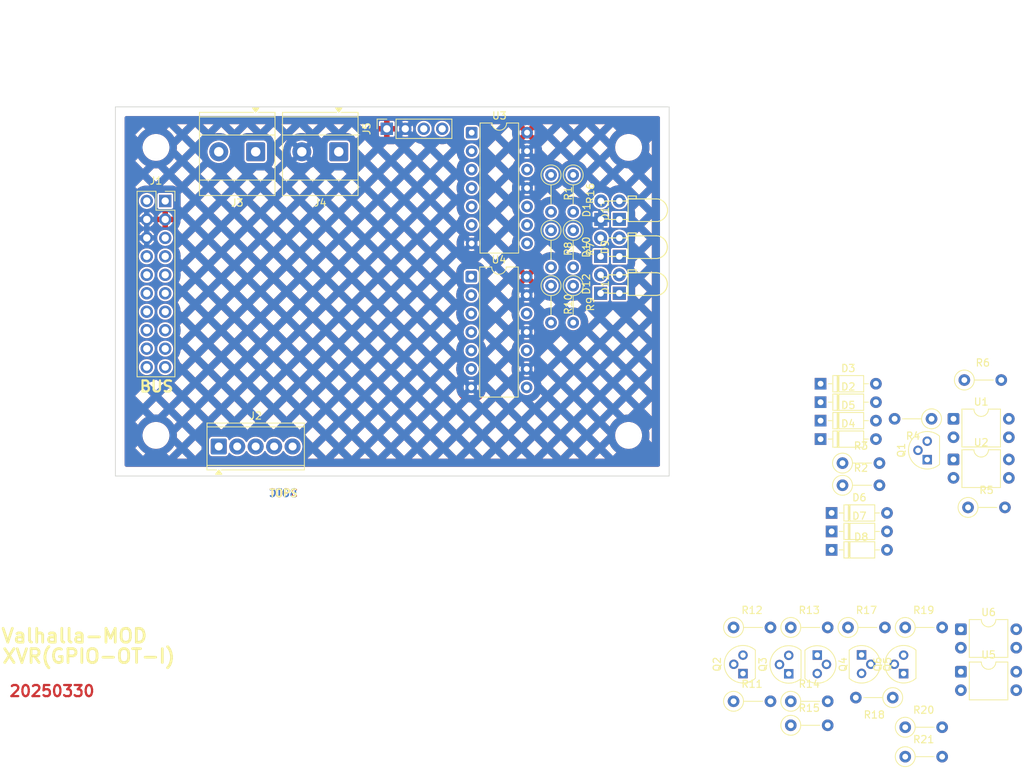
<source format=kicad_pcb>
(kicad_pcb (version 20241229) (generator "pcbnew") (generator_version "9.0")
  (title_block (title "Valhalla MOD PSU") (date "2025-01-06") (rev "1"))
  (layers (0 "F.Cu" signal) (2 "B.Cu" signal) (13 "F.Paste" user) (15 "B.Paste" user) (5 "F.SilkS" user "F.Silkscreen") (7 "B.SilkS" user "B.Silkscreen") (1 "F.Mask" user) (3 "B.Mask" user) (25 "Edge.Cuts" user))
  (net 0 "")
  (net 1 "/DGND")
  (net 2 "Net-(D1-A)")
  (net 3 "Net-(D2-A)")
  (net 4 "Net-(D2-K)")
  (net 5 "Net-(D3-A)")
  (net 6 "Net-(D4-A)")
  (net 7 "Net-(D6-K)")
  (net 8 "Net-(D7-K)")
  (net 9 "Net-(D8-K)")
  (net 10 "Net-(D9-A)")
  (net 11 "/DVCC")
  (net 12 "Net-(D9-K)")
  (net 13 "Net-(D10-K)")
  (net 14 "Net-(D10-A)")
  (net 15 "Net-(D11-K)")
  (net 16 "Net-(D11-A)")
  (net 17 "Net-(D12-K)")
  (net 18 "Net-(D12-A)")
  (net 19 "Net-(D13-K)")
  (net 20 "Net-(D13-A)")
  (net 32 "/LVCC")
  (net 37 "/~{OVCC_EN}")
  (net 38 "/OTB_RXDO")
  (net 39 "/OTT_RXDO")
  (net 40 "/OTB_TXDI")
  (net 41 "/OTT_TXDI")
  (net 42 "Net-(J4-Pin_1)")
  (net 43 "/OVCC")
  (net 44 "Net-(Q2-B)")
  (net 45 "Net-(Q2-C)")
  (net 46 "Net-(Q4-C)")
  (net 47 "Net-(Q4-B)")
  (net 48 "Net-(Q5-E)")
  (net 49 "Net-(Q6-B)")
  (net 50 "Net-(Q6-E)")
  (net 51 "Net-(R2-Pad1)")
  (net 52 "/OTB_RXDO_B")
  (net 53 "Net-(R6-Pad1)")
  (net 54 "Net-(R18-Pad1)")
  (net 55 "Net-(R19-Pad2)")
  (net 56 "/OTT_RXDO_B")
  (net 57 "Net-(R21-Pad1)")
  (footprint "MountingHole:MountingHole_3.2mm_M3_ISO7380" (layer "F.Cu") (at 139.192 41.148)
    (property "Reference" "H1" (hide yes))
    (property "Value" "UI")
    (pad "" np_thru_hole circle (at 0 0) (size 3.2 3.2) (drill 3.2) (layers "*.Cu" "*.Mask"))
  )
  (footprint "Diode_THT:D_DO-35_SOD27_P7.62mm_Horizontal" (layer "F.Cu") (at 165.608 81.28)
    (property "Reference" "D4" (at 3.81 -2.12 0) (layer "F.SilkS"))
    (property "Value" "1N4148")
    (pad "1" thru_hole rect (at 0 0) (size 1.6 1.6) (drill 0.8) (layers "*.Cu" "*.Mask") (net 4 "Net-(D2-K)"))
    (pad "2" thru_hole oval (at 7.62 0) (size 1.6 1.6) (drill 0.8) (layers "*.Cu" "*.Mask") (net 6 "Net-(D4-A)"))
  )
  (footprint "Resistor_THT:R_Axial_DIN0207_L6.3mm_D2.5mm_P5.08mm_Vertical" (layer "F.Cu") (at 177.258 124.973)
    (property "Reference" "R21" (at 2.54 -2.37 0) (layer "F.SilkS"))
    (property "Value" "330R")
    (pad "1" thru_hole circle (at 0 0) (size 1.6 1.6) (drill 0.8) (layers "*.Cu" "*.Mask") (net 57 "Net-(R21-Pad1)"))
    (pad "2" thru_hole oval (at 5.08 0) (size 1.6 1.6) (drill 0.8) (layers "*.Cu" "*.Mask") (net 56 "/OTT_RXDO_B"))
  )
  (footprint "Resistor_THT:R_Axial_DIN0207_L6.3mm_D2.5mm_P5.08mm_Vertical" (layer "F.Cu") (at 131.572 60.169 -90)
    (property "Reference" "R9" (at 2.54 -2.37 90) (layer "F.SilkS"))
    (property "Value" "R")
    (pad "1" thru_hole circle (at 0 0 270) (size 1.6 1.6) (drill 0.8) (layers "*.Cu" "*.Mask") (net 16 "Net-(D11-A)"))
    (pad "2" thru_hole oval (at 5.08 0 270) (size 1.6 1.6) (drill 0.8) (layers "*.Cu" "*.Mask") (net 32 "/LVCC"))
  )
  (footprint "Diode_THT:D_DO-35_SOD27_P7.62mm_Horizontal" (layer "F.Cu") (at 165.608 73.66)
    (property "Reference" "D3" (at 3.81 -2.12 0) (layer "F.SilkS"))
    (property "Value" "1N4148")
    (pad "1" thru_hole rect (at 0 0) (size 1.6 1.6) (drill 0.8) (layers "*.Cu" "*.Mask") (net 3 "Net-(D2-A)"))
    (pad "2" thru_hole oval (at 7.62 0) (size 1.6 1.6) (drill 0.8) (layers "*.Cu" "*.Mask") (net 5 "Net-(D3-A)"))
  )
  (footprint "Resistor_THT:R_Axial_DIN0207_L6.3mm_D2.5mm_P5.08mm_Vertical" (layer "F.Cu") (at 128.524 52.549 -90)
    (property "Reference" "R8" (at 2.54 -2.37 90) (layer "F.SilkS"))
    (property "Value" "R")
    (pad "1" thru_hole circle (at 0 0 270) (size 1.6 1.6) (drill 0.8) (layers "*.Cu" "*.Mask") (net 14 "Net-(D10-A)"))
    (pad "2" thru_hole oval (at 5.08 0 270) (size 1.6 1.6) (drill 0.8) (layers "*.Cu" "*.Mask") (net 32 "/LVCC"))
  )
  (footprint "Package_TO_SOT_THT:TO-92L" (layer "F.Cu") (at 154.935 113.543 90)
    (property "Reference" "Q2" (at 1.29 -3.56 90) (layer "F.SilkS"))
    (property "Value" "BC558")
    (pad "1" thru_hole rect (at 0 0 90) (size 1.3 1.3) (drill 0.75) (layers "*.Cu" "*.Mask") (net 45 "Net-(Q2-C)"))
    (pad "2" thru_hole circle (at 1.28 -1.27 90) (size 1.3 1.3) (drill 0.75) (layers "*.Cu" "*.Mask") (net 44 "Net-(Q2-B)"))
    (pad "3" thru_hole circle (at 2.54 0 90) (size 1.3 1.3) (drill 0.75) (layers "*.Cu" "*.Mask") (net 43 "/OVCC"))
  )
  (footprint "Diode_THT:D_DO-35_SOD27_P7.62mm_Horizontal" (layer "F.Cu") (at 165.608 76.2)
    (property "Reference" "D2" (at 3.81 -2.12 0) (layer "F.SilkS"))
    (property "Value" "1N4148")
    (pad "1" thru_hole rect (at 0 0) (size 1.6 1.6) (drill 0.8) (layers "*.Cu" "*.Mask") (net 4 "Net-(D2-K)"))
    (pad "2" thru_hole oval (at 7.62 0) (size 1.6 1.6) (drill 0.8) (layers "*.Cu" "*.Mask") (net 3 "Net-(D2-A)"))
  )
  (footprint "Resistor_THT:R_Axial_DIN0207_L6.3mm_D2.5mm_P5.08mm_Vertical" (layer "F.Cu") (at 128.524 60.169 -90)
    (property "Reference" "R10" (at 2.54 -2.37 90) (layer "F.SilkS"))
    (property "Value" "R")
    (pad "1" thru_hole circle (at 0 0 270) (size 1.6 1.6) (drill 0.8) (layers "*.Cu" "*.Mask") (net 18 "Net-(D12-A)"))
    (pad "2" thru_hole oval (at 5.08 0 270) (size 1.6 1.6) (drill 0.8) (layers "*.Cu" "*.Mask") (net 32 "/LVCC"))
  )
  (footprint "LED_THT:LED_D3.0mm_Horizontal_O3.81mm_Z6.0mm" (layer "F.Cu") (at 135.341 56.134 90)
    (property "Reference" "D10" (at 1.27 -1.96 90) (layer "F.SilkS"))
    (property "Value" "R")
    (pad "1" thru_hole rect (at 0 0 90) (size 1.8 1.8) (drill 0.9) (layers "*.Cu" "*.Mask") (net 13 "Net-(D10-K)"))
    (pad "2" thru_hole circle (at 2.54 0 90) (size 1.8 1.8) (drill 0.9) (layers "*.Cu" "*.Mask") (net 14 "Net-(D10-A)"))
  )
  (footprint "LED_THT:LED_D3.0mm_Horizontal_O1.27mm_Z2.0mm" (layer "F.Cu") (at 137.922 61.214 90)
    (property "Reference" "D11" (at 1.27 -1.96 90) (layer "F.SilkS"))
    (property "Value" "R")
    (pad "1" thru_hole rect (at 0 0 90) (size 1.8 1.8) (drill 0.9) (layers "*.Cu" "*.Mask") (net 15 "Net-(D11-K)"))
    (pad "2" thru_hole circle (at 2.54 0 90) (size 1.8 1.8) (drill 0.9) (layers "*.Cu" "*.Mask") (net 16 "Net-(D11-A)"))
  )
  (footprint "Package_TO_SOT_THT:TO-92L" (layer "F.Cu") (at 180.282 84.104 90)
    (property "Reference" "Q1" (at 1.29 -3.56 90) (layer "F.SilkS"))
    (property "Value" "BC558")
    (pad "1" thru_hole rect (at 0 0 90) (size 1.3 1.3) (drill 0.75) (layers "*.Cu" "*.Mask") (net 7 "Net-(D6-K)"))
    (pad "2" thru_hole circle (at 1.28 -1.27 90) (size 1.3 1.3) (drill 0.75) (layers "*.Cu" "*.Mask") (net 8 "Net-(D7-K)"))
    (pad "3" thru_hole circle (at 2.54 0 90) (size 1.3 1.3) (drill 0.75) (layers "*.Cu" "*.Mask") (net 4 "Net-(D2-K)"))
  )
  (footprint "Resistor_THT:R_Axial_DIN0207_L6.3mm_D2.5mm_P5.08mm_Vertical" (layer "F.Cu") (at 185.899 90.678)
    (property "Reference" "R5" (at 2.54 -2.37 0) (layer "F.SilkS"))
    (property "Value" "10K")
    (pad "1" thru_hole circle (at 0 0) (size 1.6 1.6) (drill 0.8) (layers "*.Cu" "*.Mask") (net 1 "/DGND"))
    (pad "2" thru_hole oval (at 5.08 0) (size 1.6 1.6) (drill 0.8) (layers "*.Cu" "*.Mask") (net 40 "/OTB_TXDI"))
  )
  (footprint "Resistor_THT:R_Axial_DIN0207_L6.3mm_D2.5mm_P5.08mm_Vertical" (layer "F.Cu") (at 131.572 44.929 -90)
    (property "Reference" "R16" (at 2.54 -2.37 90) (layer "F.SilkS"))
    (property "Value" "R")
    (pad "1" thru_hole circle (at 0 0 270) (size 1.6 1.6) (drill 0.8) (layers "*.Cu" "*.Mask") (net 20 "Net-(D13-A)"))
    (pad "2" thru_hole oval (at 5.08 0 270) (size 1.6 1.6) (drill 0.8) (layers "*.Cu" "*.Mask") (net 32 "/LVCC"))
  )
  (footprint "TerminalBlock_Phoenix:TerminalBlock_Phoenix_MKDS-3-2-5.08_1x02_P5.08mm_Horizontal" (layer "F.Cu") (at 99.314 41.7425 180)
    (property "Reference" "J4" (at 2.54 -7.02 0) (layer "F.SilkS"))
    (property "Value" "OT+_Thermostat")
    (pad "1" thru_hole roundrect (at 0 0 180) (size 2.6 2.6) (drill 1.3) (layers "*.Cu" "*.Mask") (roundrect_rratio 0.096154) (net 42 "Net-(J4-Pin_1)"))
    (pad "2" thru_hole circle (at 5.08 0 180) (size 2.6 2.6) (drill 1.3) (layers "*.Cu" "*.Mask") (net 1 "/DGND"))
  )
  (footprint "Resistor_THT:R_Axial_DIN0207_L6.3mm_D2.5mm_P5.08mm_Vertical" (layer "F.Cu") (at 161.51 117.353)
    (property "Reference" "R14" (at 2.54 -2.37 0) (layer "F.SilkS"))
    (property "Value" "20K")
    (pad "1" thru_hole circle (at 0 0) (size 1.6 1.6) (drill 0.8) (layers "*.Cu" "*.Mask") (net 42 "Net-(J4-Pin_1)"))
    (pad "2" thru_hole oval (at 5.08 0) (size 1.6 1.6) (drill 0.8) (layers "*.Cu" "*.Mask") (net 49 "Net-(Q6-B)"))
  )
  (footprint "Package_TO_SOT_THT:TO-92L" (layer "F.Cu") (at 177.033 113.543 90)
    (property "Reference" "Q6" (at 1.29 -3.56 90) (layer "F.SilkS"))
    (property "Value" "BC548")
    (pad "1" thru_hole rect (at 0 0 90) (size 1.3 1.3) (drill 0.75) (layers "*.Cu" "*.Mask") (net 11 "/DVCC"))
    (pad "2" thru_hole circle (at 1.28 -1.27 90) (size 1.3 1.3) (drill 0.75) (layers "*.Cu" "*.Mask") (net 49 "Net-(Q6-B)"))
    (pad "3" thru_hole circle (at 2.54 0 90) (size 1.3 1.3) (drill 0.75) (layers "*.Cu" "*.Mask") (net 50 "Net-(Q6-E)"))
  )
  (footprint "LED_THT:LED_D3.0mm_Horizontal_O1.27mm_Z2.0mm" (layer "F.Cu") (at 137.922 51.054 90)
    (property "Reference" "D13" (at 1.27 -1.96 90) (layer "F.SilkS"))
    (property "Value" "R")
    (pad "1" thru_hole rect (at 0 0 90) (size 1.8 1.8) (drill 0.9) (layers "*.Cu" "*.Mask") (net 19 "Net-(D13-K)"))
    (pad "2" thru_hole circle (at 2.54 0 90) (size 1.8 1.8) (drill 0.9) (layers "*.Cu" "*.Mask") (net 20 "Net-(D13-A)"))
  )
  (footprint "Resistor_THT:R_Axial_DIN0207_L6.3mm_D2.5mm_P5.08mm_Vertical" (layer "F.Cu") (at 180.877 78.486 180)
    (property "Reference" "R4" (at 2.54 -2.37 0) (layer "F.SilkS"))
    (property "Value" "330R")
    (pad "1" thru_hole circle (at 0 0 180) (size 1.6 1.6) (drill 0.8) (layers "*.Cu" "*.Mask") (net 4 "Net-(D2-K)"))
    (pad "2" thru_hole oval (at 5.08 0 180) (size 1.6 1.6) (drill 0.8) (layers "*.Cu" "*.Mask") (net 8 "Net-(D7-K)"))
  )
  (footprint "Resistor_THT:R_Axial_DIN0207_L6.3mm_D2.5mm_P5.08mm_Vertical" (layer "F.Cu") (at 168.627 87.63)
    (property "Reference" "R2" (at 2.54 -2.37 0) (layer "F.SilkS"))
    (property "Value" "220R")
    (pad "1" thru_hole circle (at 0 0) (size 1.6 1.6) (drill 0.8) (layers "*.Cu" "*.Mask") (net 51 "Net-(R2-Pad1)"))
    (pad "2" thru_hole oval (at 5.08 0) (size 1.6 1.6) (drill 0.8) (layers "*.Cu" "*.Mask") (net 7 "Net-(D6-K)"))
  )
  (footprint "Diode_THT:D_DO-35_SOD27_P7.62mm_Horizontal" (layer "F.Cu") (at 165.608 78.74)
    (property "Reference" "D5" (at 3.81 -2.12 0) (layer "F.SilkS"))
    (property "Value" "1N4148")
    (pad "1" thru_hole rect (at 0 0) (size 1.6 1.6) (drill 0.8) (layers "*.Cu" "*.Mask") (net 6 "Net-(D4-A)"))
    (pad "2" thru_hole oval (at 7.62 0) (size 1.6 1.6) (drill 0.8) (layers "*.Cu" "*.Mask") (net 5 "Net-(D3-A)"))
  )
  (footprint "Resistor_THT:R_Axial_DIN0207_L6.3mm_D2.5mm_P5.08mm_Vertical" (layer "F.Cu") (at 177.258 107.193)
    (property "Reference" "R19" (at 2.54 -2.37 0) (layer "F.SilkS"))
    (property "Value" "330")
    (pad "1" thru_hole circle (at 0 0) (size 1.6 1.6) (drill 0.8) (layers "*.Cu" "*.Mask") (net 50 "Net-(Q6-E)"))
    (pad "2" thru_hole oval (at 5.08 0) (size 1.6 1.6) (drill 0.8) (layers "*.Cu" "*.Mask") (net 55 "Net-(R19-Pad2)"))
  )
  (footprint "Resistor_THT:R_Axial_DIN0207_L6.3mm_D2.5mm_P5.08mm_Vertical" (layer "F.Cu") (at 131.572 52.549 -90)
    (property "Reference" "R7" (at 2.54 -2.37 90) (layer "F.SilkS"))
    (property "Value" "R")
    (pad "1" thru_hole circle (at 0 0 270) (size 1.6 1.6) (drill 0.8) (layers "*.Cu" "*.Mask") (net 10 "Net-(D9-A)"))
    (pad "2" thru_hole oval (at 5.08 0 270) (size 1.6 1.6) (drill 0.8) (layers "*.Cu" "*.Mask") (net 32 "/LVCC"))
  )
  (footprint "Connector_PinSocket_2.54mm:PinSocket_1x04_P2.54mm_Vertical" (layer "F.Cu") (at 105.928 38.583 90)
    (property "Reference" "J5" (at 0 -2.77 90) (layer "F.SilkS"))
    (property "Value" "24V_BOOST")
    (pad "1" thru_hole rect (at 0 0 90) (size 1.7 1.7) (drill 1) (layers "*.Cu" "*.Mask") (net 11 "/DVCC"))
    (pad "2" thru_hole circle (at 0 2.54 90) (size 1.7 1.7) (drill 1) (layers "*.Cu" "*.Mask") (net 1 "/DGND"))
    (pad "3" thru_hole circle (at 0 5.08 90) (size 1.7 1.7) (drill 1) (layers "*.Cu" "*.Mask") (net 43 "/OVCC"))
    (pad "4" thru_hole circle (at 0 7.62 90) (size 1.7 1.7) (drill 1) (layers "*.Cu" "*.Mask") (net 37 "/~{OVCC_EN}"))
  )
  (footprint "Resistor_THT:R_Axial_DIN0207_L6.3mm_D2.5mm_P5.08mm_Vertical" (layer "F.Cu") (at 153.636 117.353)
    (property "Reference" "R11" (at 2.54 -2.37 0) (layer "F.SilkS"))
    (property "Value" "33K")
    (pad "1" thru_hole circle (at 0 0) (size 1.6 1.6) (drill 0.8) (layers "*.Cu" "*.Mask") (net 45 "Net-(Q2-C)"))
    (pad "2" thru_hole oval (at 5.08 0) (size 1.6 1.6) (drill 0.8) (layers "*.Cu" "*.Mask") (net 1 "/DGND"))
  )
  (footprint "MountingHole:MountingHole_3.2mm_M3_ISO7380" (layer "F.Cu") (at 74.168 80.772)
    (property "Reference" "H4" (hide yes))
    (property "Value" "BUS")
    (pad "" np_thru_hole circle (at 0 0) (size 3.2 3.2) (drill 3.2) (layers "*.Cu" "*.Mask"))
  )
  (footprint "Diode_THT:D_DO-35_SOD27_P7.62mm_Horizontal" (layer "F.Cu") (at 167.132 93.98)
    (property "Reference" "D7" (at 3.81 -2.12 0) (layer "F.SilkS"))
    (property "Value" "13V")
    (pad "1" thru_hole rect (at 0 0) (size 1.6 1.6) (drill 0.8) (layers "*.Cu" "*.Mask") (net 8 "Net-(D7-K)"))
    (pad "2" thru_hole oval (at 7.62 0) (size 1.6 1.6) (drill 0.8) (layers "*.Cu" "*.Mask") (net 5 "Net-(D3-A)"))
  )
  (footprint "LED_THT:LED_D3.0mm_Horizontal_O3.81mm_Z6.0mm" (layer "F.Cu") (at 135.341 61.214 90)
    (property "Reference" "D12" (at 1.27 -1.96 90) (layer "F.SilkS"))
    (property "Value" "R")
    (pad "1" thru_hole rect (at 0 0 90) (size 1.8 1.8) (drill 0.9) (layers "*.Cu" "*.Mask") (net 17 "Net-(D12-K)"))
    (pad "2" thru_hole circle (at 2.54 0 90) (size 1.8 1.8) (drill 0.9) (layers "*.Cu" "*.Mask") (net 18 "Net-(D12-A)"))
  )
  (footprint "Resistor_THT:R_Axial_DIN0207_L6.3mm_D2.5mm_P5.08mm_Vertical" (layer "F.Cu") (at 128.524 44.929 -90)
    (property "Reference" "R1" (at 2.54 -2.37 90) (layer "F.SilkS"))
    (property "Value" "R")
    (pad "1" thru_hole circle (at 0 0 270) (size 1.6 1.6) (drill 0.8) (layers "*.Cu" "*.Mask") (net 2 "Net-(D1-A)"))
    (pad "2" thru_hole oval (at 5.08 0 270) (size 1.6 1.6) (drill 0.8) (layers "*.Cu" "*.Mask") (net 43 "/OVCC"))
  )
  (footprint "Package_TO_SOT_THT:TO-92L" (layer "F.Cu") (at 165.153 110.995 -90)
    (property "Reference" "Q4" (at 1.29 -3.56 90) (layer "F.SilkS"))
    (property "Value" "BC558")
    (pad "1" thru_hole rect (at 0 0 270) (size 1.3 1.3) (drill 0.75) (layers "*.Cu" "*.Mask") (net 46 "Net-(Q4-C)"))
    (pad "2" thru_hole circle (at 1.28 -1.27 270) (size 1.3 1.3) (drill 0.75) (layers "*.Cu" "*.Mask") (net 47 "Net-(Q4-B)"))
    (pad "3" thru_hole circle (at 2.54 0 270) (size 1.3 1.3) (drill 0.75) (layers "*.Cu" "*.Mask") (net 43 "/OVCC"))
  )
  (footprint "Package_TO_SOT_THT:TO-92L" (layer "F.Cu") (at 161.227 113.573 90)
    (property "Reference" "Q3" (at 1.29 -3.56 90) (layer "F.SilkS"))
    (property "Value" "BC558")
    (pad "1" thru_hole rect (at 0 0 90) (size 1.3 1.3) (drill 0.75) (layers "*.Cu" "*.Mask") (net 42 "Net-(J4-Pin_1)"))
    (pad "2" thru_hole circle (at 1.28 -1.27 90) (size 1.3 1.3) (drill 0.75) (layers "*.Cu" "*.Mask") (net 45 "Net-(Q2-C)"))
    (pad "3" thru_hole circle (at 2.54 0 90) (size 1.3 1.3) (drill 0.75) (layers "*.Cu" "*.Mask") (net 44 "Net-(Q2-B)"))
  )
  (footprint "Resistor_THT:R_Axial_DIN0207_L6.3mm_D2.5mm_P5.08mm_Vertical" (layer "F.Cu") (at 169.384 107.193)
    (property "Reference" "R17" (at 2.54 -2.37 0) (layer "F.SilkS"))
    (property "Value" "1K")
    (pad "1" thru_hole circle (at 0 0) (size 1.6 1.6) (drill 0.8) (layers "*.Cu" "*.Mask") (net 1 "/DGND"))
    (pad "2" thru_hole oval (at 5.08 0) (size 1.6 1.6) (drill 0.8) (layers "*.Cu" "*.Mask") (net 50 "Net-(Q6-E)"))
  )
  (footprint "Resistor_THT:R_Axial_DIN0207_L6.3mm_D2.5mm_P5.08mm_Vertical" (layer "F.Cu") (at 185.391 73.152)
    (property "Reference" "R6" (at 2.54 -2.37 0) (layer "F.SilkS"))
    (property "Value" "330R")
    (pad "1" thru_hole circle (at 0 0) (size 1.6 1.6) (drill 0.8) (layers "*.Cu" "*.Mask") (net 53 "Net-(R6-Pad1)"))
    (pad "2" thru_hole oval (at 5.08 0) (size 1.6 1.6) (drill 0.8) (layers "*.Cu" "*.Mask") (net 52 "/OTB_RXDO_B"))
  )
  (footprint "LED_THT:LED_D3.0mm_Horizontal_O1.27mm_Z2.0mm" (layer "F.Cu") (at 137.922 56.134 90)
    (property "Reference" "D9" (at 1.27 -1.96 90) (layer "F.SilkS"))
    (property "Value" "R")
    (pad "1" thru_hole rect (at 0 0 90) (size 1.8 1.8) (drill 0.9) (layers "*.Cu" "*.Mask") (net 12 "Net-(D9-K)"))
    (pad "2" thru_hole circle (at 2.54 0 90) (size 1.8 1.8) (drill 0.9) (layers "*.Cu" "*.Mask") (net 10 "Net-(D9-A)"))
  )
  (footprint "Package_DIP:DIP-14_W7.62mm" (layer "F.Cu") (at 117.602 39.116)
    (property "Reference" "U3" (at 3.81 -2.33 0) (layer "F.SilkS"))
    (property "Value" "74LS06")
    (pad "1" thru_hole roundrect (at 0 0) (size 1.6 1.6) (drill 0.8) (layers "*.Cu" "*.Mask") (roundrect_rratio 0.15625) (net 38 "/OTB_RXDO"))
    (pad "2" thru_hole circle (at 0 2.54) (size 1.6 1.6) (drill 0.8) (layers "*.Cu" "*.Mask") (net 12 "Net-(D9-K)"))
    (pad "3" thru_hole circle (at 0 5.08) (size 1.6 1.6) (drill 0.8) (layers "*.Cu" "*.Mask") (net 40 "/OTB_TXDI"))
    (pad "4" thru_hole circle (at 0 7.62) (size 1.6 1.6) (drill 0.8) (layers "*.Cu" "*.Mask") (net 13 "Net-(D10-K)"))
    (pad "5" thru_hole circle (at 0 10.16) (size 1.6 1.6) (drill 0.8) (layers "*.Cu" "*.Mask") (net 39 "/OTT_RXDO"))
    (pad "6" thru_hole circle (at 0 12.7) (size 1.6 1.6) (drill 0.8) (layers "*.Cu" "*.Mask") (net 15 "Net-(D11-K)"))
    (pad "7" thru_hole circle (at 0 15.24) (size 1.6 1.6) (drill 0.8) (layers "*.Cu" "*.Mask") (net 1 "/DGND"))
    (pad "8" thru_hole circle (at 7.62 15.24) (size 1.6 1.6) (drill 0.8) (layers "*.Cu" "*.Mask") (net 17 "Net-(D12-K)"))
    (pad "9" thru_hole circle (at 7.62 12.7) (size 1.6 1.6) (drill 0.8) (layers "*.Cu" "*.Mask") (net 41 "/OTT_TXDI"))
    (pad "10" thru_hole circle (at 7.62 10.16) (size 1.6 1.6) (drill 0.8) (layers "*.Cu" "*.Mask"))
    (pad "11" thru_hole circle (at 7.62 7.62) (size 1.6 1.6) (drill 0.8) (layers "*.Cu" "*.Mask") (net 1 "/DGND"))
    (pad "12" thru_hole circle (at 7.62 5.08) (size 1.6 1.6) (drill 0.8) (layers "*.Cu" "*.Mask"))
    (pad "13" thru_hole circle (at 7.62 2.54) (size 1.6 1.6) (drill 0.8) (layers "*.Cu" "*.Mask") (net 1 "/DGND"))
    (pad "14" thru_hole circle (at 7.62 0) (size 1.6 1.6) (drill 0.8) (layers "*.Cu" "*.Mask") (net 11 "/DVCC"))
  )
  (footprint "Resistor_THT:R_Axial_DIN0207_L6.3mm_D2.5mm_P5.08mm_Vertical" (layer "F.Cu") (at 175.538 116.845 180)
    (property "Reference" "R18" (at 2.54 -2.37 0) (layer "F.SilkS"))
    (property "Value" "4K7")
    (pad "1" thru_hole circle (at 0 0 180) (size 1.6 1.6) (drill 0.8) (layers "*.Cu" "*.Mask") (net 54 "Net-(R18-Pad1)"))
    (pad "2" thru_hole oval (at 5.08 0 180) (size 1.6 1.6) (drill 0.8) (layers "*.Cu" "*.Mask") (net 48 "Net-(Q5-E)"))
  )
  (footprint "Resistor_THT:R_Axial_DIN0207_L6.3mm_D2.5mm_P5.08mm_Vertical" (layer "F.Cu") (at 177.258 120.923)
    (property "Reference" "R20" (at 2.54 -2.37 0) (layer "F.SilkS"))
    (property "Value" "10K")
    (pad "1" thru_hole circle (at 0 0) (size 1.6 1.6) (drill 0.8) (layers "*.Cu" "*.Mask") (net 1 "/DGND"))
    (pad "2" thru_hole oval (at 5.08 0) (size 1.6 1.6) (drill 0.8) (layers "*.Cu" "*.Mask") (net 41 "/OTT_TXDI"))
  )
  (footprint "LED_THT:LED_D3.0mm_Horizontal_O3.81mm_Z6.0mm" (layer "F.Cu") (at 135.382 51.054 90)
    (property "Reference" "D1" (at 1.27 -1.96 90) (layer "F.SilkS"))
    (property "Value" "R")
    (pad "1" thru_hole rect (at 0 0 90) (size 1.8 1.8) (drill 0.9) (layers "*.Cu" "*.Mask") (net 1 "/DGND"))
    (pad "2" thru_hole circle (at 2.54 0 90) (size 1.8 1.8) (drill 0.9) (layers "*.Cu" "*.Mask") (net 2 "Net-(D1-A)"))
  )
  (footprint "Diode_THT:D_DO-35_SOD27_P7.62mm_Horizontal" (layer "F.Cu") (at 167.132 96.52)
    (property "Reference" "D8" (at 4.064 -1.778 0) (layer "F.SilkS"))
    (property "Value" "4V3")
    (pad "1" thru_hole rect (at 0 0) (size 1.6 1.6) (drill 0.8) (layers "*.Cu" "*.Mask") (net 9 "Net-(D8-K)"))
    (pad "2" thru_hole oval (at 7.62 0) (size 1.6 1.6) (drill 0.8) (layers "*.Cu" "*.Mask") (net 5 "Net-(D3-A)"))
  )
  (footprint "Package_DIP:DIP-4_W7.62mm" (layer "F.Cu") (at 183.896 84.074)
    (property "Reference" "U2" (at 3.81 -2.33 0) (layer "F.SilkS"))
    (property "Value" "PC817")
    (pad "1" thru_hole roundrect (at 0 0) (size 1.6 1.6) (drill 0.8) (layers "*.Cu" "*.Mask") (roundrect_rratio 0.15625) (net 51 "Net-(R2-Pad1)"))
    (pad "2" thru_hole circle (at 0 2.54) (size 1.6 1.6) (drill 0.8) (layers "*.Cu" "*.Mask") (net 5 "Net-(D3-A)"))
    (pad "3" thru_hole circle (at 7.62 2.54) (size 1.6 1.6) (drill 0.8) (layers "*.Cu" "*.Mask") (net 40 "/OTB_TXDI"))
    (pad "4" thru_hole circle (at 7.62 0) (size 1.6 1.6) (drill 0.8) (layers "*.Cu" "*.Mask") (net 11 "/DVCC"))
  )
  (footprint "Package_DIP:DIP-14_W7.62mm" (layer "F.Cu") (at 117.55 58.928)
    (property "Reference" "U4" (at 3.81 -2.33 0) (layer "F.SilkS"))
    (property "Value" "74LS07")
    (pad "1" thru_hole roundrect (at 0 0) (size 1.6 1.6) (drill 0.8) (layers "*.Cu" "*.Mask") (roundrect_rratio 0.15625) (net 37 "/~{OVCC_EN}"))
    (pad "2" thru_hole circle (at 0 2.54) (size 1.6 1.6) (drill 0.8) (layers "*.Cu" "*.Mask") (net 19 "Net-(D13-K)"))
    (pad "3" thru_hole circle (at 0 5.08) (size 1.6 1.6) (drill 0.8) (layers "*.Cu" "*.Mask") (net 38 "/OTB_RXDO"))
    (pad "4" thru_hole circle (at 0 7.62) (size 1.6 1.6) (drill 0.8) (layers "*.Cu" "*.Mask") (net 52 "/OTB_RXDO_B"))
    (pad "5" thru_hole circle (at 0 10.16) (size 1.6 1.6) (drill 0.8) (layers "*.Cu" "*.Mask") (net 39 "/OTT_RXDO"))
    (pad "6" thru_hole circle (at 0 12.7) (size 1.6 1.6) (drill 0.8) (layers "*.Cu" "*.Mask") (net 56 "/OTT_RXDO_B"))
    (pad "7" thru_hole circle (at 0 15.24) (size 1.6 1.6) (drill 0.8) (layers "*.Cu" "*.Mask") (net 1 "/DGND"))
    (pad "8" thru_hole circle (at 7.62 15.24) (size 1.6 1.6) (drill 0.8) (layers "*.Cu" "*.Mask"))
    (pad "9" thru_hole circle (at 7.62 12.7) (size 1.6 1.6) (drill 0.8) (layers "*.Cu" "*.Mask") (net 1 "/DGND"))
    (pad "10" thru_hole circle (at 7.62 10.16) (size 1.6 1.6) (drill 0.8) (layers "*.Cu" "*.Mask"))
    (pad "11" thru_hole circle (at 7.62 7.62) (size 1.6 1.6) (drill 0.8) (layers "*.Cu" "*.Mask") (net 1 "/DGND"))
    (pad "12" thru_hole circle (at 7.62 5.08) (size 1.6 1.6) (drill 0.8) (layers "*.Cu" "*.Mask"))
    (pad "13" thru_hole circle (at 7.62 2.54) (size 1.6 1.6) (drill 0.8) (layers "*.Cu" "*.Mask") (net 1 "/DGND"))
    (pad "14" thru_hole circle (at 7.62 0) (size 1.6 1.6) (drill 0.8) (layers "*.Cu" "*.Mask") (net 11 "/DVCC"))
  )
  (footprint "TerminalBlock_Phoenix:TerminalBlock_Phoenix_MPT-0,5-5-2.54_1x05_P2.54mm_Horizontal" (layer "F.Cu") (at 82.804 82.296)
    (property "Reference" "J2" (at 5.08 -4.22 0) (layer "F.SilkS"))
    (property "Value" "GPIO")
    (pad "1" thru_hole roundrect (at 0 0) (size 2.2 2.2) (drill 1.1) (layers "*.Cu" "*.Mask") (roundrect_rratio 0.113636) (net 37 "/~{OVCC_EN}"))
    (pad "2" thru_hole circle (at 2.54 0) (size 2.2 2.2) (drill 1.1) (layers "*.Cu" "*.Mask") (net 38 "/OTB_RXDO"))
    (pad "3" thru_hole circle (at 5.08 0) (size 2.2 2.2) (drill 1.1) (layers "*.Cu" "*.Mask") (net 40 "/OTB_TXDI"))
    (pad "4" thru_hole circle (at 7.62 0) (size 2.2 2.2) (drill 1.1) (layers "*.Cu" "*.Mask") (net 39 "/OTT_RXDO"))
    (pad "5" thru_hole circle (at 10.16 0) (size 2.2 2.2) (drill 1.1) (layers "*.Cu" "*.Mask") (net 41 "/OTT_TXDI"))
  )
  (footprint "MountingHole:MountingHole_3.2mm_M3_ISO7380" (layer "F.Cu") (at 139.192 80.772)
    (property "Reference" "H2" (hide yes))
    (property "Value" "UI")
    (pad "" np_thru_hole circle (at 0 0) (size 3.2 3.2) (drill 3.2) (layers "*.Cu" "*.Mask"))
  )
  (footprint "Connector_PinSocket_2.54mm:PinSocket_2x10_P2.54mm_Vertical" (layer "F.Cu") (at 75.438 48.514)
    (property "Reference" "J1" (at -1.27 -2.77 0) (layer "F.SilkS"))
    (property "Value" "BUS")
    (pad "1" thru_hole rect (at 0 0) (size 1.7 1.7) (drill 1) (layers "*.Cu" "*.Mask"))
    (pad "2" thru_hole oval (at -2.54 0) (size 1.7 1.7) (drill 1) (layers "*.Cu" "*.Mask"))
    (pad "3" thru_hole oval (at 0 2.54) (size 1.7 1.7) (drill 1) (layers "*.Cu" "*.Mask") (net 11 "/DVCC"))
    (pad "4" thru_hole oval (at -2.54 2.54) (size 1.7 1.7) (drill 1) (layers "*.Cu" "*.Mask") (net 1 "/DGND"))
    (pad "5" thru_hole oval (at 0 5.08) (size 1.7 1.7) (drill 1) (layers "*.Cu" "*.Mask"))
    (pad "6" thru_hole oval (at -2.54 5.08) (size 1.7 1.7) (drill 1) (layers "*.Cu" "*.Mask") (net 1 "/DGND"))
    (pad "7" thru_hole oval (at 0 7.62) (size 1.7 1.7) (drill 1) (layers "*.Cu" "*.Mask"))
    (pad "8" thru_hole oval (at -2.54 7.62) (size 1.7 1.7) (drill 1) (layers "*.Cu" "*.Mask"))
    (pad "9" thru_hole oval (at 0 10.16) (size 1.7 1.7) (drill 1) (layers "*.Cu" "*.Mask"))
    (pad "10" thru_hole oval (at -2.54 10.16) (size 1.7 1.7) (drill 1) (layers "*.Cu" "*.Mask"))
    (pad "11" thru_hole oval (at 0 12.7) (size 1.7 1.7) (drill 1) (layers "*.Cu" "*.Mask"))
    (pad "12" thru_hole oval (at -2.54 12.7) (size 1.7 1.7) (drill 1) (layers "*.Cu" "*.Mask"))
    (pad "13" thru_hole oval (at 0 15.24) (size 1.7 1.7) (drill 1) (layers "*.Cu" "*.Mask"))
    (pad "14" thru_hole oval (at -2.54 15.24) (size 1.7 1.7) (drill 1) (layers "*.Cu" "*.Mask"))
    (pad "15" thru_hole oval (at 0 17.78) (size 1.7 1.7) (drill 1) (layers "*.Cu" "*.Mask"))
    (pad "16" thru_hole oval (at -2.54 17.78) (size 1.7 1.7) (drill 1) (layers "*.Cu" "*.Mask") (net 32 "/LVCC"))
    (pad "17" thru_hole oval (at 0 20.32) (size 1.7 1.7) (drill 1) (layers "*.Cu" "*.Mask"))
    (pad "18" thru_hole oval (at -2.54 20.32) (size 1.7 1.7) (drill 1) (layers "*.Cu" "*.Mask"))
    (pad "19" thru_hole oval (at 0 22.86) (size 1.7 1.7) (drill 1) (layers "*.Cu" "*.Mask"))
    (pad "20" thru_hole oval (at -2.54 22.86) (size 1.7 1.7) (drill 1) (layers "*.Cu" "*.Mask"))
  )
  (footprint "Resistor_THT:R_Axial_DIN0207_L6.3mm_D2.5mm_P5.08mm_Vertical" (layer "F.Cu") (at 161.51 120.655)
    (property "Reference" "R15" (at 2.54 -2.37 0) (layer "F.SilkS"))
    (property "Value" "10K")
    (pad "1" thru_hole circle (at 0 0) (size 1.6 1.6) (drill 0.8) (layers "*.Cu" "*.Mask") (net 1 "/DGND"))
    (pad "2" thru_hole oval (at 5.08 0) (size 1.6 1.6) (drill 0.8) (layers "*.Cu" "*.Mask") (net 49 "Net-(Q6-B)"))
  )
  (footprint "Resistor_THT:R_Axial_DIN0207_L6.3mm_D2.5mm_P5.08mm_Vertical" (layer "F.Cu") (at 161.51 107.193)
    (property "Reference" "R13" (at 2.54 -2.37 0) (layer "F.SilkS"))
    (property "Value" "39R")
    (pad "1" thru_hole circle (at 0 0) (size 1.6 1.6) (drill 0.8) (layers "*.Cu" "*.Mask") (net 44 "Net-(Q2-B)"))
    (pad "2" thru_hole oval (at 5.08 0) (size 1.6 1.6) (drill 0.8) (layers "*.Cu" "*.Mask") (net 46 "Net-(Q4-C)"))
  )
  (footprint "Resistor_THT:R_Axial_DIN0207_L6.3mm_D2.5mm_P5.08mm_Vertical" (layer "F.Cu") (at 153.636 107.193)
    (property "Reference" "R12" (at 2.54 -2.37 0) (layer "F.SilkS"))
    (property "Value" "100R")
    (pad "1" thru_hole circle (at 0 0) (size 1.6 1.6) (drill 0.8) (layers "*.Cu" "*.Mask") (net 43 "/OVCC"))
    (pad "2" thru_hole oval (at 5.08 0) (size 1.6 1.6) (drill 0.8) (layers "*.Cu" "*.Mask") (net 44 "Net-(Q2-B)"))
  )
  (footprint "Package_DIP:DIP-4_W7.62mm" (layer "F.Cu") (at 183.896 78.486)
    (property "Reference" "U1" (at 3.81 -2.33 0) (layer "F.SilkS"))
    (property "Value" "PC817")
    (pad "1" thru_hole roundrect (at 0 0) (size 1.6 1.6) (drill 0.8) (layers "*.Cu" "*.Mask") (roundrect_rratio 0.15625) (net 53 "Net-(R6-Pad1)"))
    (pad "2" thru_hole circle (at 0 2.54) (size 1.6 1.6) (drill 0.8) (layers "*.Cu" "*.Mask") (net 1 "/DGND"))
    (pad "3" thru_hole circle (at 7.62 2.54) (size 1.6 1.6) (drill 0.8) (layers "*.Cu" "*.Mask") (net 9 "Net-(D8-K)"))
    (pad "4" thru_hole circle (at 7.62 0) (size 1.6 1.6) (drill 0.8) (layers "*.Cu" "*.Mask") (net 8 "Net-(D7-K)"))
  )
  (footprint "Resistor_THT:R_Axial_DIN0207_L6.3mm_D2.5mm_P5.08mm_Vertical" (layer "F.Cu") (at 168.627 84.582)
    (property "Reference" "R3" (at 2.54 -2.37 0) (layer "F.SilkS"))
    (property "Value" "100R")
    (pad "1" thru_hole circle (at 0 0) (size 1.6 1.6) (drill 0.8) (layers "*.Cu" "*.Mask") (net 5 "Net-(D3-A)"))
    (pad "2" thru_hole oval (at 5.08 0) (size 1.6 1.6) (drill 0.8) (layers "*.Cu" "*.Mask") (net 51 "Net-(R2-Pad1)"))
  )
  (footprint "Package_DIP:DIP-4_W7.62mm" (layer "F.Cu") (at 184.912 107.442)
    (property "Reference" "U6" (at 3.81 -2.33 0) (layer "F.SilkS"))
    (property "Value" "PC817")
    (pad "1" thru_hole roundrect (at 0 0) (size 1.6 1.6) (drill 0.8) (layers "*.Cu" "*.Mask") (roundrect_rratio 0.15625) (net 55 "Net-(R19-Pad2)"))
    (pad "2" thru_hole circle (at 0 2.54) (size 1.6 1.6) (drill 0.8) (layers "*.Cu" "*.Mask") (net 1 "/DGND"))
    (pad "3" thru_hole circle (at 7.62 2.54) (size 1.6 1.6) (drill 0.8) (layers "*.Cu" "*.Mask") (net 41 "/OTT_TXDI"))
    (pad "4" thru_hole circle (at 7.62 0) (size 1.6 1.6) (drill 0.8) (layers "*.Cu" "*.Mask") (net 11 "/DVCC"))
  )
  (footprint "Diode_THT:D_DO-35_SOD27_P7.62mm_Horizontal" (layer "F.Cu") (at 167.132 91.44)
    (property "Reference" "D6" (at 3.81 -2.12 0) (layer "F.SilkS"))
    (property "Value" "4V7")
    (pad "1" thru_hole rect (at 0 0) (size 1.6 1.6) (drill 0.8) (layers "*.Cu" "*.Mask") (net 7 "Net-(D6-K)"))
    (pad "2" thru_hole oval (at 7.62 0) (size 1.6 1.6) (drill 0.8) (layers "*.Cu" "*.Mask") (net 5 "Net-(D3-A)"))
  )
  (footprint "TerminalBlock_Phoenix:TerminalBlock_Phoenix_MKDS-3-2-5.08_1x02_P5.08mm_Horizontal" (layer "F.Cu") (at 87.884 41.7425 180)
    (property "Reference" "J3" (at 2.54 -7.02 0) (layer "F.SilkS"))
    (property "Value" "OT+_Boiler")
    (pad "1" thru_hole roundrect (at 0 0 180) (size 2.6 2.6) (drill 1.3) (layers "*.Cu" "*.Mask") (roundrect_rratio 0.096154) (net 3 "Net-(D2-A)"))
    (pad "2" thru_hole circle (at 5.08 0 180) (size 2.6 2.6) (drill 1.3) (layers "*.Cu" "*.Mask") (net 6 "Net-(D4-A)"))
  )
  (footprint "MountingHole:MountingHole_3.2mm_M3_ISO7380" (layer "F.Cu") (at 74.168 41.148)
    (property "Reference" "H3" (hide yes))
    (property "Value" "BUS")
    (pad "" np_thru_hole circle (at 0 0) (size 3.2 3.2) (drill 3.2) (layers "*.Cu" "*.Mask"))
  )
  (footprint "Package_DIP:DIP-4_W7.62mm" (layer "F.Cu") (at 184.912 113.284)
    (property "Reference" "U5" (at 3.81 -2.33 0) (layer "F.SilkS"))
    (property "Value" "PC817")
    (pad "1" thru_hole roundrect (at 0 0) (size 1.6 1.6) (drill 0.8) (layers "*.Cu" "*.Mask") (roundrect_rratio 0.15625) (net 57 "Net-(R21-Pad1)"))
    (pad "2" thru_hole circle (at 0 2.54) (size 1.6 1.6) (drill 0.8) (layers "*.Cu" "*.Mask") (net 1 "/DGND"))
    (pad "3" thru_hole circle (at 7.62 2.54) (size 1.6 1.6) (drill 0.8) (layers "*.Cu" "*.Mask") (net 1 "/DGND"))
    (pad "4" thru_hole circle (at 7.62 0) (size 1.6 1.6) (drill 0.8) (layers "*.Cu" "*.Mask") (net 54 "Net-(R18-Pad1)"))
  )
  (footprint "Package_TO_SOT_THT:TO-92L" (layer "F.Cu") (at 171.249 110.973 -90)
    (property "Reference" "Q5" (at 1.29 -3.56 90) (layer "F.SilkS"))
    (property "Value" "BC548")
    (pad "1" thru_hole rect (at 0 0 270) (size 1.3 1.3) (drill 0.75) (layers "*.Cu" "*.Mask") (net 47 "Net-(Q4-B)"))
    (pad "2" thru_hole circle (at 1.28 -1.27 270) (size 1.3 1.3) (drill 0.75) (layers "*.Cu" "*.Mask") (net 11 "/DVCC"))
    (pad "3" thru_hole circle (at 2.54 0 270) (size 1.3 1.3) (drill 0.75) (layers "*.Cu" "*.Mask") (net 48 "Net-(Q5-E)"))
  )
  (gr_rect (start 68.58 35.56) (end 144.78 86.36) (stroke (width 0.1)) (fill no) (layer "Edge.Cuts"))
  (gr_text "20250330" (at 53.848 116.84 0) (layer "F.Cu") (effects (font (size 1.524 1.524) (thickness 0.3048) (bold yes)) (justify left bottom)))
  (gr_text "TOPC" (at 89.662 89.3064 0) (layer "F.Cu") (effects (font (size 1.016 1.016) (thickness 0.2032) (bold yes)) (justify left bottom)))
  (gr_text "BOTC" (at 93.726 89.3064 0) (layer "B.Cu") (effects (font (size 1.016 1.016) (thickness 0.2032) (bold yes)) (justify left bottom mirror)))
  (gr_text "BUS" (at 71.755 74.93 0) (layer "F.SilkS") (effects (font (size 1.524 1.524) (thickness 0.3048) (bold yes)) (justify left bottom)))
  (gr_text "XVR(GPIO-OT-I)" (at 52.832 112.268 0) (layer "F.SilkS") (effects (font (size 1.905 1.905) (thickness 0.381) (bold yes)) (justify left bottom)))
  (gr_text "Valhalla-MOD" (at 52.705 109.474 0) (layer "F.SilkS") (effects (font (size 1.905 1.905) (thickness 0.381) (bold yes)) (justify left bottom)))
  (gr_text "TOPS" (at 89.662 89.3064 0) (layer "F.SilkS") (effects (font (size 1.016 1.016) (thickness 0.2032) (bold yes)) (justify left bottom)))
  (zone (net 11) (net_name "/DVCC") (layer "F.Cu") (connect_pads (clearance 0.254)) (min_thickness 0.2032) (fill yes (mode hatch) (thermal_gap 0.254) (thermal_bridge_width 0.762) (smoothing fillet) (radius 0.254) (hatch_thickness 1.016) (hatch_gap 1.524) (hatch_orientation 45) (hatch_border_algorithm hatch_thickness) (hatch_min_hole_area 0.3))
    (polygon (pts (xy 69.85 36.83) (xy 143.51 36.83) (xy 143.51 85.09) (xy 69.85 85.09)))
  )
  (zone (net 1) (net_name "/DGND") (layer "B.Cu") (connect_pads (clearance 0.254)) (min_thickness 0.2032) (fill yes (mode hatch) (thermal_gap 0.254) (thermal_bridge_width 0.762) (smoothing fillet) (radius 0.254) (hatch_thickness 1.016) (hatch_gap 1.524) (hatch_orientation 45) (hatch_border_algorithm hatch_thickness) (hatch_min_hole_area 0.3))
    (polygon (pts (xy 69.85 36.83) (xy 143.51 36.83) (xy 143.51 85.09) (xy 69.85 85.09)))
  )
)
</source>
